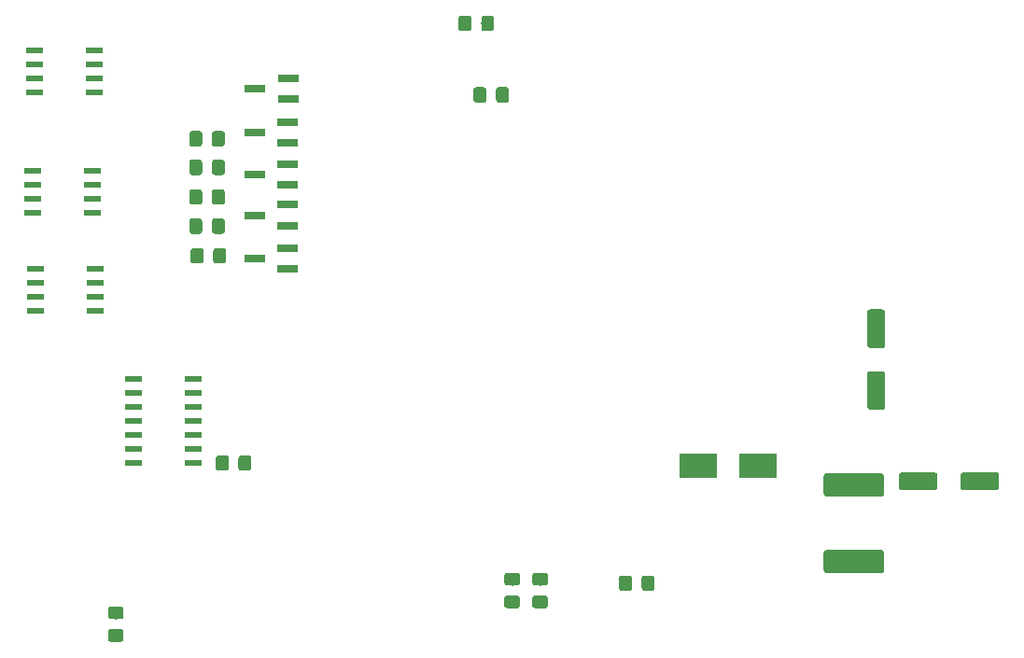
<source format=gbr>
G04 #@! TF.GenerationSoftware,KiCad,Pcbnew,(5.0.1)-3*
G04 #@! TF.CreationDate,2018-11-29T18:52:30+01:00*
G04 #@! TF.ProjectId,Board,426F6172642E6B696361645F70636200,rev?*
G04 #@! TF.SameCoordinates,Original*
G04 #@! TF.FileFunction,Paste,Bot*
G04 #@! TF.FilePolarity,Positive*
%FSLAX46Y46*%
G04 Gerber Fmt 4.6, Leading zero omitted, Abs format (unit mm)*
G04 Created by KiCad (PCBNEW (5.0.1)-3) date 11/29/18 18:52:30*
%MOMM*%
%LPD*%
G01*
G04 APERTURE LIST*
%ADD10R,1.900000X0.800000*%
%ADD11R,1.550000X0.600000*%
%ADD12C,0.100000*%
%ADD13C,1.150000*%
%ADD14R,3.500000X2.300000*%
%ADD15C,2.100000*%
%ADD16C,1.600000*%
%ADD17R,1.500000X0.600000*%
G04 APERTURE END LIST*
D10*
G04 #@! TO.C,Q3*
X109663590Y-56170878D03*
X112663590Y-57120878D03*
X112663590Y-55220878D03*
G04 #@! TD*
G04 #@! TO.C,Q2*
X112687590Y-51217878D03*
X112687590Y-53117878D03*
X109687590Y-52167878D03*
G04 #@! TD*
G04 #@! TO.C,Q5*
X109663590Y-59980878D03*
X112663590Y-60930878D03*
X112663590Y-59030878D03*
G04 #@! TD*
G04 #@! TO.C,Q6*
X112663590Y-62713878D03*
X112663590Y-64613878D03*
X109663590Y-63663878D03*
G04 #@! TD*
D11*
G04 #@! TO.C,Q4*
X89540590Y-59599878D03*
X89540590Y-60869878D03*
X89540590Y-62139878D03*
X89540590Y-63409878D03*
X94940590Y-63409878D03*
X94940590Y-62139878D03*
X94940590Y-60869878D03*
X94940590Y-59599878D03*
G04 #@! TD*
G04 #@! TO.C,Q1*
X95067590Y-48677878D03*
X95067590Y-49947878D03*
X95067590Y-51217878D03*
X95067590Y-52487878D03*
X89667590Y-52487878D03*
X89667590Y-51217878D03*
X89667590Y-49947878D03*
X89667590Y-48677878D03*
G04 #@! TD*
G04 #@! TO.C,Q7*
X95194590Y-68489878D03*
X95194590Y-69759878D03*
X95194590Y-71029878D03*
X95194590Y-72299878D03*
X89794590Y-72299878D03*
X89794590Y-71029878D03*
X89794590Y-69759878D03*
X89794590Y-68489878D03*
G04 #@! TD*
D10*
G04 #@! TO.C,Q8*
X112663590Y-66650878D03*
X112663590Y-68550878D03*
X109663590Y-67600878D03*
G04 #@! TD*
D12*
G04 #@! TO.C,R7*
G36*
X133482095Y-96101082D02*
X133506363Y-96104682D01*
X133530162Y-96110643D01*
X133553261Y-96118908D01*
X133575440Y-96129398D01*
X133596483Y-96142010D01*
X133616189Y-96156625D01*
X133634367Y-96173101D01*
X133650843Y-96191279D01*
X133665458Y-96210985D01*
X133678070Y-96232028D01*
X133688560Y-96254207D01*
X133696825Y-96277306D01*
X133702786Y-96301105D01*
X133706386Y-96325373D01*
X133707590Y-96349877D01*
X133707590Y-96999879D01*
X133706386Y-97024383D01*
X133702786Y-97048651D01*
X133696825Y-97072450D01*
X133688560Y-97095549D01*
X133678070Y-97117728D01*
X133665458Y-97138771D01*
X133650843Y-97158477D01*
X133634367Y-97176655D01*
X133616189Y-97193131D01*
X133596483Y-97207746D01*
X133575440Y-97220358D01*
X133553261Y-97230848D01*
X133530162Y-97239113D01*
X133506363Y-97245074D01*
X133482095Y-97248674D01*
X133457591Y-97249878D01*
X132557589Y-97249878D01*
X132533085Y-97248674D01*
X132508817Y-97245074D01*
X132485018Y-97239113D01*
X132461919Y-97230848D01*
X132439740Y-97220358D01*
X132418697Y-97207746D01*
X132398991Y-97193131D01*
X132380813Y-97176655D01*
X132364337Y-97158477D01*
X132349722Y-97138771D01*
X132337110Y-97117728D01*
X132326620Y-97095549D01*
X132318355Y-97072450D01*
X132312394Y-97048651D01*
X132308794Y-97024383D01*
X132307590Y-96999879D01*
X132307590Y-96349877D01*
X132308794Y-96325373D01*
X132312394Y-96301105D01*
X132318355Y-96277306D01*
X132326620Y-96254207D01*
X132337110Y-96232028D01*
X132349722Y-96210985D01*
X132364337Y-96191279D01*
X132380813Y-96173101D01*
X132398991Y-96156625D01*
X132418697Y-96142010D01*
X132439740Y-96129398D01*
X132461919Y-96118908D01*
X132485018Y-96110643D01*
X132508817Y-96104682D01*
X132533085Y-96101082D01*
X132557589Y-96099878D01*
X133457591Y-96099878D01*
X133482095Y-96101082D01*
X133482095Y-96101082D01*
G37*
D13*
X133007590Y-96674878D03*
D12*
G36*
X133482095Y-98151082D02*
X133506363Y-98154682D01*
X133530162Y-98160643D01*
X133553261Y-98168908D01*
X133575440Y-98179398D01*
X133596483Y-98192010D01*
X133616189Y-98206625D01*
X133634367Y-98223101D01*
X133650843Y-98241279D01*
X133665458Y-98260985D01*
X133678070Y-98282028D01*
X133688560Y-98304207D01*
X133696825Y-98327306D01*
X133702786Y-98351105D01*
X133706386Y-98375373D01*
X133707590Y-98399877D01*
X133707590Y-99049879D01*
X133706386Y-99074383D01*
X133702786Y-99098651D01*
X133696825Y-99122450D01*
X133688560Y-99145549D01*
X133678070Y-99167728D01*
X133665458Y-99188771D01*
X133650843Y-99208477D01*
X133634367Y-99226655D01*
X133616189Y-99243131D01*
X133596483Y-99257746D01*
X133575440Y-99270358D01*
X133553261Y-99280848D01*
X133530162Y-99289113D01*
X133506363Y-99295074D01*
X133482095Y-99298674D01*
X133457591Y-99299878D01*
X132557589Y-99299878D01*
X132533085Y-99298674D01*
X132508817Y-99295074D01*
X132485018Y-99289113D01*
X132461919Y-99280848D01*
X132439740Y-99270358D01*
X132418697Y-99257746D01*
X132398991Y-99243131D01*
X132380813Y-99226655D01*
X132364337Y-99208477D01*
X132349722Y-99188771D01*
X132337110Y-99167728D01*
X132326620Y-99145549D01*
X132318355Y-99122450D01*
X132312394Y-99098651D01*
X132308794Y-99074383D01*
X132307590Y-99049879D01*
X132307590Y-98399877D01*
X132308794Y-98375373D01*
X132312394Y-98351105D01*
X132318355Y-98327306D01*
X132326620Y-98304207D01*
X132337110Y-98282028D01*
X132349722Y-98260985D01*
X132364337Y-98241279D01*
X132380813Y-98223101D01*
X132398991Y-98206625D01*
X132418697Y-98192010D01*
X132439740Y-98179398D01*
X132461919Y-98168908D01*
X132485018Y-98160643D01*
X132508817Y-98154682D01*
X132533085Y-98151082D01*
X132557589Y-98149878D01*
X133457591Y-98149878D01*
X133482095Y-98151082D01*
X133482095Y-98151082D01*
G37*
D13*
X133007590Y-98724878D03*
G04 #@! TD*
D12*
G04 #@! TO.C,R6*
G36*
X136022095Y-98151082D02*
X136046363Y-98154682D01*
X136070162Y-98160643D01*
X136093261Y-98168908D01*
X136115440Y-98179398D01*
X136136483Y-98192010D01*
X136156189Y-98206625D01*
X136174367Y-98223101D01*
X136190843Y-98241279D01*
X136205458Y-98260985D01*
X136218070Y-98282028D01*
X136228560Y-98304207D01*
X136236825Y-98327306D01*
X136242786Y-98351105D01*
X136246386Y-98375373D01*
X136247590Y-98399877D01*
X136247590Y-99049879D01*
X136246386Y-99074383D01*
X136242786Y-99098651D01*
X136236825Y-99122450D01*
X136228560Y-99145549D01*
X136218070Y-99167728D01*
X136205458Y-99188771D01*
X136190843Y-99208477D01*
X136174367Y-99226655D01*
X136156189Y-99243131D01*
X136136483Y-99257746D01*
X136115440Y-99270358D01*
X136093261Y-99280848D01*
X136070162Y-99289113D01*
X136046363Y-99295074D01*
X136022095Y-99298674D01*
X135997591Y-99299878D01*
X135097589Y-99299878D01*
X135073085Y-99298674D01*
X135048817Y-99295074D01*
X135025018Y-99289113D01*
X135001919Y-99280848D01*
X134979740Y-99270358D01*
X134958697Y-99257746D01*
X134938991Y-99243131D01*
X134920813Y-99226655D01*
X134904337Y-99208477D01*
X134889722Y-99188771D01*
X134877110Y-99167728D01*
X134866620Y-99145549D01*
X134858355Y-99122450D01*
X134852394Y-99098651D01*
X134848794Y-99074383D01*
X134847590Y-99049879D01*
X134847590Y-98399877D01*
X134848794Y-98375373D01*
X134852394Y-98351105D01*
X134858355Y-98327306D01*
X134866620Y-98304207D01*
X134877110Y-98282028D01*
X134889722Y-98260985D01*
X134904337Y-98241279D01*
X134920813Y-98223101D01*
X134938991Y-98206625D01*
X134958697Y-98192010D01*
X134979740Y-98179398D01*
X135001919Y-98168908D01*
X135025018Y-98160643D01*
X135048817Y-98154682D01*
X135073085Y-98151082D01*
X135097589Y-98149878D01*
X135997591Y-98149878D01*
X136022095Y-98151082D01*
X136022095Y-98151082D01*
G37*
D13*
X135547590Y-98724878D03*
D12*
G36*
X136022095Y-96101082D02*
X136046363Y-96104682D01*
X136070162Y-96110643D01*
X136093261Y-96118908D01*
X136115440Y-96129398D01*
X136136483Y-96142010D01*
X136156189Y-96156625D01*
X136174367Y-96173101D01*
X136190843Y-96191279D01*
X136205458Y-96210985D01*
X136218070Y-96232028D01*
X136228560Y-96254207D01*
X136236825Y-96277306D01*
X136242786Y-96301105D01*
X136246386Y-96325373D01*
X136247590Y-96349877D01*
X136247590Y-96999879D01*
X136246386Y-97024383D01*
X136242786Y-97048651D01*
X136236825Y-97072450D01*
X136228560Y-97095549D01*
X136218070Y-97117728D01*
X136205458Y-97138771D01*
X136190843Y-97158477D01*
X136174367Y-97176655D01*
X136156189Y-97193131D01*
X136136483Y-97207746D01*
X136115440Y-97220358D01*
X136093261Y-97230848D01*
X136070162Y-97239113D01*
X136046363Y-97245074D01*
X136022095Y-97248674D01*
X135997591Y-97249878D01*
X135097589Y-97249878D01*
X135073085Y-97248674D01*
X135048817Y-97245074D01*
X135025018Y-97239113D01*
X135001919Y-97230848D01*
X134979740Y-97220358D01*
X134958697Y-97207746D01*
X134938991Y-97193131D01*
X134920813Y-97176655D01*
X134904337Y-97158477D01*
X134889722Y-97138771D01*
X134877110Y-97117728D01*
X134866620Y-97095549D01*
X134858355Y-97072450D01*
X134852394Y-97048651D01*
X134848794Y-97024383D01*
X134847590Y-96999879D01*
X134847590Y-96349877D01*
X134848794Y-96325373D01*
X134852394Y-96301105D01*
X134858355Y-96277306D01*
X134866620Y-96254207D01*
X134877110Y-96232028D01*
X134889722Y-96210985D01*
X134904337Y-96191279D01*
X134920813Y-96173101D01*
X134938991Y-96156625D01*
X134958697Y-96142010D01*
X134979740Y-96129398D01*
X135001919Y-96118908D01*
X135025018Y-96110643D01*
X135048817Y-96104682D01*
X135073085Y-96101082D01*
X135097589Y-96099878D01*
X135997591Y-96099878D01*
X136022095Y-96101082D01*
X136022095Y-96101082D01*
G37*
D13*
X135547590Y-96674878D03*
G04 #@! TD*
D14*
G04 #@! TO.C,D1*
X155265590Y-86396878D03*
X149865590Y-86396878D03*
G04 #@! TD*
D12*
G04 #@! TO.C,F1*
G36*
X166495094Y-94030082D02*
X166519363Y-94033682D01*
X166543161Y-94039643D01*
X166566261Y-94047908D01*
X166588439Y-94058398D01*
X166609483Y-94071011D01*
X166629188Y-94085625D01*
X166647367Y-94102101D01*
X166663843Y-94120280D01*
X166678457Y-94139985D01*
X166691070Y-94161029D01*
X166701560Y-94183207D01*
X166709825Y-94206307D01*
X166715786Y-94230105D01*
X166719386Y-94254374D01*
X166720590Y-94278878D01*
X166720590Y-95878878D01*
X166719386Y-95903382D01*
X166715786Y-95927651D01*
X166709825Y-95951449D01*
X166701560Y-95974549D01*
X166691070Y-95996727D01*
X166678457Y-96017771D01*
X166663843Y-96037476D01*
X166647367Y-96055655D01*
X166629188Y-96072131D01*
X166609483Y-96086745D01*
X166588439Y-96099358D01*
X166566261Y-96109848D01*
X166543161Y-96118113D01*
X166519363Y-96124074D01*
X166495094Y-96127674D01*
X166470590Y-96128878D01*
X161520590Y-96128878D01*
X161496086Y-96127674D01*
X161471817Y-96124074D01*
X161448019Y-96118113D01*
X161424919Y-96109848D01*
X161402741Y-96099358D01*
X161381697Y-96086745D01*
X161361992Y-96072131D01*
X161343813Y-96055655D01*
X161327337Y-96037476D01*
X161312723Y-96017771D01*
X161300110Y-95996727D01*
X161289620Y-95974549D01*
X161281355Y-95951449D01*
X161275394Y-95927651D01*
X161271794Y-95903382D01*
X161270590Y-95878878D01*
X161270590Y-94278878D01*
X161271794Y-94254374D01*
X161275394Y-94230105D01*
X161281355Y-94206307D01*
X161289620Y-94183207D01*
X161300110Y-94161029D01*
X161312723Y-94139985D01*
X161327337Y-94120280D01*
X161343813Y-94102101D01*
X161361992Y-94085625D01*
X161381697Y-94071011D01*
X161402741Y-94058398D01*
X161424919Y-94047908D01*
X161448019Y-94039643D01*
X161471817Y-94033682D01*
X161496086Y-94030082D01*
X161520590Y-94028878D01*
X166470590Y-94028878D01*
X166495094Y-94030082D01*
X166495094Y-94030082D01*
G37*
D15*
X163995590Y-95078878D03*
D12*
G36*
X166495094Y-87080082D02*
X166519363Y-87083682D01*
X166543161Y-87089643D01*
X166566261Y-87097908D01*
X166588439Y-87108398D01*
X166609483Y-87121011D01*
X166629188Y-87135625D01*
X166647367Y-87152101D01*
X166663843Y-87170280D01*
X166678457Y-87189985D01*
X166691070Y-87211029D01*
X166701560Y-87233207D01*
X166709825Y-87256307D01*
X166715786Y-87280105D01*
X166719386Y-87304374D01*
X166720590Y-87328878D01*
X166720590Y-88928878D01*
X166719386Y-88953382D01*
X166715786Y-88977651D01*
X166709825Y-89001449D01*
X166701560Y-89024549D01*
X166691070Y-89046727D01*
X166678457Y-89067771D01*
X166663843Y-89087476D01*
X166647367Y-89105655D01*
X166629188Y-89122131D01*
X166609483Y-89136745D01*
X166588439Y-89149358D01*
X166566261Y-89159848D01*
X166543161Y-89168113D01*
X166519363Y-89174074D01*
X166495094Y-89177674D01*
X166470590Y-89178878D01*
X161520590Y-89178878D01*
X161496086Y-89177674D01*
X161471817Y-89174074D01*
X161448019Y-89168113D01*
X161424919Y-89159848D01*
X161402741Y-89149358D01*
X161381697Y-89136745D01*
X161361992Y-89122131D01*
X161343813Y-89105655D01*
X161327337Y-89087476D01*
X161312723Y-89067771D01*
X161300110Y-89046727D01*
X161289620Y-89024549D01*
X161281355Y-89001449D01*
X161275394Y-88977651D01*
X161271794Y-88953382D01*
X161270590Y-88928878D01*
X161270590Y-87328878D01*
X161271794Y-87304374D01*
X161275394Y-87280105D01*
X161281355Y-87256307D01*
X161289620Y-87233207D01*
X161300110Y-87211029D01*
X161312723Y-87189985D01*
X161327337Y-87170280D01*
X161343813Y-87152101D01*
X161361992Y-87135625D01*
X161381697Y-87121011D01*
X161402741Y-87108398D01*
X161424919Y-87097908D01*
X161448019Y-87089643D01*
X161471817Y-87083682D01*
X161496086Y-87080082D01*
X161520590Y-87078878D01*
X166470590Y-87078878D01*
X166495094Y-87080082D01*
X166495094Y-87080082D01*
G37*
D15*
X163995590Y-88128878D03*
G04 #@! TD*
D12*
G04 #@! TO.C,R2*
G36*
X104658305Y-58610204D02*
X104682573Y-58613804D01*
X104706372Y-58619765D01*
X104729471Y-58628030D01*
X104751650Y-58638520D01*
X104772693Y-58651132D01*
X104792399Y-58665747D01*
X104810577Y-58682223D01*
X104827053Y-58700401D01*
X104841668Y-58720107D01*
X104854280Y-58741150D01*
X104864770Y-58763329D01*
X104873035Y-58786428D01*
X104878996Y-58810227D01*
X104882596Y-58834495D01*
X104883800Y-58858999D01*
X104883800Y-59759001D01*
X104882596Y-59783505D01*
X104878996Y-59807773D01*
X104873035Y-59831572D01*
X104864770Y-59854671D01*
X104854280Y-59876850D01*
X104841668Y-59897893D01*
X104827053Y-59917599D01*
X104810577Y-59935777D01*
X104792399Y-59952253D01*
X104772693Y-59966868D01*
X104751650Y-59979480D01*
X104729471Y-59989970D01*
X104706372Y-59998235D01*
X104682573Y-60004196D01*
X104658305Y-60007796D01*
X104633801Y-60009000D01*
X103983799Y-60009000D01*
X103959295Y-60007796D01*
X103935027Y-60004196D01*
X103911228Y-59998235D01*
X103888129Y-59989970D01*
X103865950Y-59979480D01*
X103844907Y-59966868D01*
X103825201Y-59952253D01*
X103807023Y-59935777D01*
X103790547Y-59917599D01*
X103775932Y-59897893D01*
X103763320Y-59876850D01*
X103752830Y-59854671D01*
X103744565Y-59831572D01*
X103738604Y-59807773D01*
X103735004Y-59783505D01*
X103733800Y-59759001D01*
X103733800Y-58858999D01*
X103735004Y-58834495D01*
X103738604Y-58810227D01*
X103744565Y-58786428D01*
X103752830Y-58763329D01*
X103763320Y-58741150D01*
X103775932Y-58720107D01*
X103790547Y-58700401D01*
X103807023Y-58682223D01*
X103825201Y-58665747D01*
X103844907Y-58651132D01*
X103865950Y-58638520D01*
X103888129Y-58628030D01*
X103911228Y-58619765D01*
X103935027Y-58613804D01*
X103959295Y-58610204D01*
X103983799Y-58609000D01*
X104633801Y-58609000D01*
X104658305Y-58610204D01*
X104658305Y-58610204D01*
G37*
D13*
X104308800Y-59309000D03*
D12*
G36*
X106708305Y-58610204D02*
X106732573Y-58613804D01*
X106756372Y-58619765D01*
X106779471Y-58628030D01*
X106801650Y-58638520D01*
X106822693Y-58651132D01*
X106842399Y-58665747D01*
X106860577Y-58682223D01*
X106877053Y-58700401D01*
X106891668Y-58720107D01*
X106904280Y-58741150D01*
X106914770Y-58763329D01*
X106923035Y-58786428D01*
X106928996Y-58810227D01*
X106932596Y-58834495D01*
X106933800Y-58858999D01*
X106933800Y-59759001D01*
X106932596Y-59783505D01*
X106928996Y-59807773D01*
X106923035Y-59831572D01*
X106914770Y-59854671D01*
X106904280Y-59876850D01*
X106891668Y-59897893D01*
X106877053Y-59917599D01*
X106860577Y-59935777D01*
X106842399Y-59952253D01*
X106822693Y-59966868D01*
X106801650Y-59979480D01*
X106779471Y-59989970D01*
X106756372Y-59998235D01*
X106732573Y-60004196D01*
X106708305Y-60007796D01*
X106683801Y-60009000D01*
X106033799Y-60009000D01*
X106009295Y-60007796D01*
X105985027Y-60004196D01*
X105961228Y-59998235D01*
X105938129Y-59989970D01*
X105915950Y-59979480D01*
X105894907Y-59966868D01*
X105875201Y-59952253D01*
X105857023Y-59935777D01*
X105840547Y-59917599D01*
X105825932Y-59897893D01*
X105813320Y-59876850D01*
X105802830Y-59854671D01*
X105794565Y-59831572D01*
X105788604Y-59807773D01*
X105785004Y-59783505D01*
X105783800Y-59759001D01*
X105783800Y-58858999D01*
X105785004Y-58834495D01*
X105788604Y-58810227D01*
X105794565Y-58786428D01*
X105802830Y-58763329D01*
X105813320Y-58741150D01*
X105825932Y-58720107D01*
X105840547Y-58700401D01*
X105857023Y-58682223D01*
X105875201Y-58665747D01*
X105894907Y-58651132D01*
X105915950Y-58638520D01*
X105938129Y-58628030D01*
X105961228Y-58619765D01*
X105985027Y-58613804D01*
X106009295Y-58610204D01*
X106033799Y-58609000D01*
X106683801Y-58609000D01*
X106708305Y-58610204D01*
X106708305Y-58610204D01*
G37*
D13*
X106358800Y-59309000D03*
G04 #@! TD*
D12*
G04 #@! TO.C,R4*
G36*
X106708305Y-63944204D02*
X106732573Y-63947804D01*
X106756372Y-63953765D01*
X106779471Y-63962030D01*
X106801650Y-63972520D01*
X106822693Y-63985132D01*
X106842399Y-63999747D01*
X106860577Y-64016223D01*
X106877053Y-64034401D01*
X106891668Y-64054107D01*
X106904280Y-64075150D01*
X106914770Y-64097329D01*
X106923035Y-64120428D01*
X106928996Y-64144227D01*
X106932596Y-64168495D01*
X106933800Y-64192999D01*
X106933800Y-65093001D01*
X106932596Y-65117505D01*
X106928996Y-65141773D01*
X106923035Y-65165572D01*
X106914770Y-65188671D01*
X106904280Y-65210850D01*
X106891668Y-65231893D01*
X106877053Y-65251599D01*
X106860577Y-65269777D01*
X106842399Y-65286253D01*
X106822693Y-65300868D01*
X106801650Y-65313480D01*
X106779471Y-65323970D01*
X106756372Y-65332235D01*
X106732573Y-65338196D01*
X106708305Y-65341796D01*
X106683801Y-65343000D01*
X106033799Y-65343000D01*
X106009295Y-65341796D01*
X105985027Y-65338196D01*
X105961228Y-65332235D01*
X105938129Y-65323970D01*
X105915950Y-65313480D01*
X105894907Y-65300868D01*
X105875201Y-65286253D01*
X105857023Y-65269777D01*
X105840547Y-65251599D01*
X105825932Y-65231893D01*
X105813320Y-65210850D01*
X105802830Y-65188671D01*
X105794565Y-65165572D01*
X105788604Y-65141773D01*
X105785004Y-65117505D01*
X105783800Y-65093001D01*
X105783800Y-64192999D01*
X105785004Y-64168495D01*
X105788604Y-64144227D01*
X105794565Y-64120428D01*
X105802830Y-64097329D01*
X105813320Y-64075150D01*
X105825932Y-64054107D01*
X105840547Y-64034401D01*
X105857023Y-64016223D01*
X105875201Y-63999747D01*
X105894907Y-63985132D01*
X105915950Y-63972520D01*
X105938129Y-63962030D01*
X105961228Y-63953765D01*
X105985027Y-63947804D01*
X106009295Y-63944204D01*
X106033799Y-63943000D01*
X106683801Y-63943000D01*
X106708305Y-63944204D01*
X106708305Y-63944204D01*
G37*
D13*
X106358800Y-64643000D03*
D12*
G36*
X104658305Y-63944204D02*
X104682573Y-63947804D01*
X104706372Y-63953765D01*
X104729471Y-63962030D01*
X104751650Y-63972520D01*
X104772693Y-63985132D01*
X104792399Y-63999747D01*
X104810577Y-64016223D01*
X104827053Y-64034401D01*
X104841668Y-64054107D01*
X104854280Y-64075150D01*
X104864770Y-64097329D01*
X104873035Y-64120428D01*
X104878996Y-64144227D01*
X104882596Y-64168495D01*
X104883800Y-64192999D01*
X104883800Y-65093001D01*
X104882596Y-65117505D01*
X104878996Y-65141773D01*
X104873035Y-65165572D01*
X104864770Y-65188671D01*
X104854280Y-65210850D01*
X104841668Y-65231893D01*
X104827053Y-65251599D01*
X104810577Y-65269777D01*
X104792399Y-65286253D01*
X104772693Y-65300868D01*
X104751650Y-65313480D01*
X104729471Y-65323970D01*
X104706372Y-65332235D01*
X104682573Y-65338196D01*
X104658305Y-65341796D01*
X104633801Y-65343000D01*
X103983799Y-65343000D01*
X103959295Y-65341796D01*
X103935027Y-65338196D01*
X103911228Y-65332235D01*
X103888129Y-65323970D01*
X103865950Y-65313480D01*
X103844907Y-65300868D01*
X103825201Y-65286253D01*
X103807023Y-65269777D01*
X103790547Y-65251599D01*
X103775932Y-65231893D01*
X103763320Y-65210850D01*
X103752830Y-65188671D01*
X103744565Y-65165572D01*
X103738604Y-65141773D01*
X103735004Y-65117505D01*
X103733800Y-65093001D01*
X103733800Y-64192999D01*
X103735004Y-64168495D01*
X103738604Y-64144227D01*
X103744565Y-64120428D01*
X103752830Y-64097329D01*
X103763320Y-64075150D01*
X103775932Y-64054107D01*
X103790547Y-64034401D01*
X103807023Y-64016223D01*
X103825201Y-63999747D01*
X103844907Y-63985132D01*
X103865950Y-63972520D01*
X103888129Y-63962030D01*
X103911228Y-63953765D01*
X103935027Y-63947804D01*
X103959295Y-63944204D01*
X103983799Y-63943000D01*
X104633801Y-63943000D01*
X104658305Y-63944204D01*
X104658305Y-63944204D01*
G37*
D13*
X104308800Y-64643000D03*
G04 #@! TD*
D12*
G04 #@! TO.C,C5*
G36*
X129080405Y-45554604D02*
X129104673Y-45558204D01*
X129128472Y-45564165D01*
X129151571Y-45572430D01*
X129173750Y-45582920D01*
X129194793Y-45595532D01*
X129214499Y-45610147D01*
X129232677Y-45626623D01*
X129249153Y-45644801D01*
X129263768Y-45664507D01*
X129276380Y-45685550D01*
X129286870Y-45707729D01*
X129295135Y-45730828D01*
X129301096Y-45754627D01*
X129304696Y-45778895D01*
X129305900Y-45803399D01*
X129305900Y-46703401D01*
X129304696Y-46727905D01*
X129301096Y-46752173D01*
X129295135Y-46775972D01*
X129286870Y-46799071D01*
X129276380Y-46821250D01*
X129263768Y-46842293D01*
X129249153Y-46861999D01*
X129232677Y-46880177D01*
X129214499Y-46896653D01*
X129194793Y-46911268D01*
X129173750Y-46923880D01*
X129151571Y-46934370D01*
X129128472Y-46942635D01*
X129104673Y-46948596D01*
X129080405Y-46952196D01*
X129055901Y-46953400D01*
X128405899Y-46953400D01*
X128381395Y-46952196D01*
X128357127Y-46948596D01*
X128333328Y-46942635D01*
X128310229Y-46934370D01*
X128288050Y-46923880D01*
X128267007Y-46911268D01*
X128247301Y-46896653D01*
X128229123Y-46880177D01*
X128212647Y-46861999D01*
X128198032Y-46842293D01*
X128185420Y-46821250D01*
X128174930Y-46799071D01*
X128166665Y-46775972D01*
X128160704Y-46752173D01*
X128157104Y-46727905D01*
X128155900Y-46703401D01*
X128155900Y-45803399D01*
X128157104Y-45778895D01*
X128160704Y-45754627D01*
X128166665Y-45730828D01*
X128174930Y-45707729D01*
X128185420Y-45685550D01*
X128198032Y-45664507D01*
X128212647Y-45644801D01*
X128229123Y-45626623D01*
X128247301Y-45610147D01*
X128267007Y-45595532D01*
X128288050Y-45582920D01*
X128310229Y-45572430D01*
X128333328Y-45564165D01*
X128357127Y-45558204D01*
X128381395Y-45554604D01*
X128405899Y-45553400D01*
X129055901Y-45553400D01*
X129080405Y-45554604D01*
X129080405Y-45554604D01*
G37*
D13*
X128730900Y-46253400D03*
D12*
G36*
X131130405Y-45554604D02*
X131154673Y-45558204D01*
X131178472Y-45564165D01*
X131201571Y-45572430D01*
X131223750Y-45582920D01*
X131244793Y-45595532D01*
X131264499Y-45610147D01*
X131282677Y-45626623D01*
X131299153Y-45644801D01*
X131313768Y-45664507D01*
X131326380Y-45685550D01*
X131336870Y-45707729D01*
X131345135Y-45730828D01*
X131351096Y-45754627D01*
X131354696Y-45778895D01*
X131355900Y-45803399D01*
X131355900Y-46703401D01*
X131354696Y-46727905D01*
X131351096Y-46752173D01*
X131345135Y-46775972D01*
X131336870Y-46799071D01*
X131326380Y-46821250D01*
X131313768Y-46842293D01*
X131299153Y-46861999D01*
X131282677Y-46880177D01*
X131264499Y-46896653D01*
X131244793Y-46911268D01*
X131223750Y-46923880D01*
X131201571Y-46934370D01*
X131178472Y-46942635D01*
X131154673Y-46948596D01*
X131130405Y-46952196D01*
X131105901Y-46953400D01*
X130455899Y-46953400D01*
X130431395Y-46952196D01*
X130407127Y-46948596D01*
X130383328Y-46942635D01*
X130360229Y-46934370D01*
X130338050Y-46923880D01*
X130317007Y-46911268D01*
X130297301Y-46896653D01*
X130279123Y-46880177D01*
X130262647Y-46861999D01*
X130248032Y-46842293D01*
X130235420Y-46821250D01*
X130224930Y-46799071D01*
X130216665Y-46775972D01*
X130210704Y-46752173D01*
X130207104Y-46727905D01*
X130205900Y-46703401D01*
X130205900Y-45803399D01*
X130207104Y-45778895D01*
X130210704Y-45754627D01*
X130216665Y-45730828D01*
X130224930Y-45707729D01*
X130235420Y-45685550D01*
X130248032Y-45664507D01*
X130262647Y-45644801D01*
X130279123Y-45626623D01*
X130297301Y-45610147D01*
X130317007Y-45595532D01*
X130338050Y-45582920D01*
X130360229Y-45572430D01*
X130383328Y-45564165D01*
X130407127Y-45558204D01*
X130431395Y-45554604D01*
X130455899Y-45553400D01*
X131105901Y-45553400D01*
X131130405Y-45554604D01*
X131130405Y-45554604D01*
G37*
D13*
X130780900Y-46253400D03*
G04 #@! TD*
D12*
G04 #@! TO.C,C4*
G36*
X143635095Y-96329204D02*
X143659363Y-96332804D01*
X143683162Y-96338765D01*
X143706261Y-96347030D01*
X143728440Y-96357520D01*
X143749483Y-96370132D01*
X143769189Y-96384747D01*
X143787367Y-96401223D01*
X143803843Y-96419401D01*
X143818458Y-96439107D01*
X143831070Y-96460150D01*
X143841560Y-96482329D01*
X143849825Y-96505428D01*
X143855786Y-96529227D01*
X143859386Y-96553495D01*
X143860590Y-96577999D01*
X143860590Y-97478001D01*
X143859386Y-97502505D01*
X143855786Y-97526773D01*
X143849825Y-97550572D01*
X143841560Y-97573671D01*
X143831070Y-97595850D01*
X143818458Y-97616893D01*
X143803843Y-97636599D01*
X143787367Y-97654777D01*
X143769189Y-97671253D01*
X143749483Y-97685868D01*
X143728440Y-97698480D01*
X143706261Y-97708970D01*
X143683162Y-97717235D01*
X143659363Y-97723196D01*
X143635095Y-97726796D01*
X143610591Y-97728000D01*
X142960589Y-97728000D01*
X142936085Y-97726796D01*
X142911817Y-97723196D01*
X142888018Y-97717235D01*
X142864919Y-97708970D01*
X142842740Y-97698480D01*
X142821697Y-97685868D01*
X142801991Y-97671253D01*
X142783813Y-97654777D01*
X142767337Y-97636599D01*
X142752722Y-97616893D01*
X142740110Y-97595850D01*
X142729620Y-97573671D01*
X142721355Y-97550572D01*
X142715394Y-97526773D01*
X142711794Y-97502505D01*
X142710590Y-97478001D01*
X142710590Y-96577999D01*
X142711794Y-96553495D01*
X142715394Y-96529227D01*
X142721355Y-96505428D01*
X142729620Y-96482329D01*
X142740110Y-96460150D01*
X142752722Y-96439107D01*
X142767337Y-96419401D01*
X142783813Y-96401223D01*
X142801991Y-96384747D01*
X142821697Y-96370132D01*
X142842740Y-96357520D01*
X142864919Y-96347030D01*
X142888018Y-96338765D01*
X142911817Y-96332804D01*
X142936085Y-96329204D01*
X142960589Y-96328000D01*
X143610591Y-96328000D01*
X143635095Y-96329204D01*
X143635095Y-96329204D01*
G37*
D13*
X143285590Y-97028000D03*
D12*
G36*
X145685095Y-96329204D02*
X145709363Y-96332804D01*
X145733162Y-96338765D01*
X145756261Y-96347030D01*
X145778440Y-96357520D01*
X145799483Y-96370132D01*
X145819189Y-96384747D01*
X145837367Y-96401223D01*
X145853843Y-96419401D01*
X145868458Y-96439107D01*
X145881070Y-96460150D01*
X145891560Y-96482329D01*
X145899825Y-96505428D01*
X145905786Y-96529227D01*
X145909386Y-96553495D01*
X145910590Y-96577999D01*
X145910590Y-97478001D01*
X145909386Y-97502505D01*
X145905786Y-97526773D01*
X145899825Y-97550572D01*
X145891560Y-97573671D01*
X145881070Y-97595850D01*
X145868458Y-97616893D01*
X145853843Y-97636599D01*
X145837367Y-97654777D01*
X145819189Y-97671253D01*
X145799483Y-97685868D01*
X145778440Y-97698480D01*
X145756261Y-97708970D01*
X145733162Y-97717235D01*
X145709363Y-97723196D01*
X145685095Y-97726796D01*
X145660591Y-97728000D01*
X145010589Y-97728000D01*
X144986085Y-97726796D01*
X144961817Y-97723196D01*
X144938018Y-97717235D01*
X144914919Y-97708970D01*
X144892740Y-97698480D01*
X144871697Y-97685868D01*
X144851991Y-97671253D01*
X144833813Y-97654777D01*
X144817337Y-97636599D01*
X144802722Y-97616893D01*
X144790110Y-97595850D01*
X144779620Y-97573671D01*
X144771355Y-97550572D01*
X144765394Y-97526773D01*
X144761794Y-97502505D01*
X144760590Y-97478001D01*
X144760590Y-96577999D01*
X144761794Y-96553495D01*
X144765394Y-96529227D01*
X144771355Y-96505428D01*
X144779620Y-96482329D01*
X144790110Y-96460150D01*
X144802722Y-96439107D01*
X144817337Y-96419401D01*
X144833813Y-96401223D01*
X144851991Y-96384747D01*
X144871697Y-96370132D01*
X144892740Y-96357520D01*
X144914919Y-96347030D01*
X144938018Y-96338765D01*
X144961817Y-96332804D01*
X144986085Y-96329204D01*
X145010589Y-96328000D01*
X145660591Y-96328000D01*
X145685095Y-96329204D01*
X145685095Y-96329204D01*
G37*
D13*
X145335590Y-97028000D03*
G04 #@! TD*
D12*
G04 #@! TO.C,C2*
G36*
X130427095Y-52043082D02*
X130451363Y-52046682D01*
X130475162Y-52052643D01*
X130498261Y-52060908D01*
X130520440Y-52071398D01*
X130541483Y-52084010D01*
X130561189Y-52098625D01*
X130579367Y-52115101D01*
X130595843Y-52133279D01*
X130610458Y-52152985D01*
X130623070Y-52174028D01*
X130633560Y-52196207D01*
X130641825Y-52219306D01*
X130647786Y-52243105D01*
X130651386Y-52267373D01*
X130652590Y-52291877D01*
X130652590Y-53191879D01*
X130651386Y-53216383D01*
X130647786Y-53240651D01*
X130641825Y-53264450D01*
X130633560Y-53287549D01*
X130623070Y-53309728D01*
X130610458Y-53330771D01*
X130595843Y-53350477D01*
X130579367Y-53368655D01*
X130561189Y-53385131D01*
X130541483Y-53399746D01*
X130520440Y-53412358D01*
X130498261Y-53422848D01*
X130475162Y-53431113D01*
X130451363Y-53437074D01*
X130427095Y-53440674D01*
X130402591Y-53441878D01*
X129752589Y-53441878D01*
X129728085Y-53440674D01*
X129703817Y-53437074D01*
X129680018Y-53431113D01*
X129656919Y-53422848D01*
X129634740Y-53412358D01*
X129613697Y-53399746D01*
X129593991Y-53385131D01*
X129575813Y-53368655D01*
X129559337Y-53350477D01*
X129544722Y-53330771D01*
X129532110Y-53309728D01*
X129521620Y-53287549D01*
X129513355Y-53264450D01*
X129507394Y-53240651D01*
X129503794Y-53216383D01*
X129502590Y-53191879D01*
X129502590Y-52291877D01*
X129503794Y-52267373D01*
X129507394Y-52243105D01*
X129513355Y-52219306D01*
X129521620Y-52196207D01*
X129532110Y-52174028D01*
X129544722Y-52152985D01*
X129559337Y-52133279D01*
X129575813Y-52115101D01*
X129593991Y-52098625D01*
X129613697Y-52084010D01*
X129634740Y-52071398D01*
X129656919Y-52060908D01*
X129680018Y-52052643D01*
X129703817Y-52046682D01*
X129728085Y-52043082D01*
X129752589Y-52041878D01*
X130402591Y-52041878D01*
X130427095Y-52043082D01*
X130427095Y-52043082D01*
G37*
D13*
X130077590Y-52741878D03*
D12*
G36*
X132477095Y-52043082D02*
X132501363Y-52046682D01*
X132525162Y-52052643D01*
X132548261Y-52060908D01*
X132570440Y-52071398D01*
X132591483Y-52084010D01*
X132611189Y-52098625D01*
X132629367Y-52115101D01*
X132645843Y-52133279D01*
X132660458Y-52152985D01*
X132673070Y-52174028D01*
X132683560Y-52196207D01*
X132691825Y-52219306D01*
X132697786Y-52243105D01*
X132701386Y-52267373D01*
X132702590Y-52291877D01*
X132702590Y-53191879D01*
X132701386Y-53216383D01*
X132697786Y-53240651D01*
X132691825Y-53264450D01*
X132683560Y-53287549D01*
X132673070Y-53309728D01*
X132660458Y-53330771D01*
X132645843Y-53350477D01*
X132629367Y-53368655D01*
X132611189Y-53385131D01*
X132591483Y-53399746D01*
X132570440Y-53412358D01*
X132548261Y-53422848D01*
X132525162Y-53431113D01*
X132501363Y-53437074D01*
X132477095Y-53440674D01*
X132452591Y-53441878D01*
X131802589Y-53441878D01*
X131778085Y-53440674D01*
X131753817Y-53437074D01*
X131730018Y-53431113D01*
X131706919Y-53422848D01*
X131684740Y-53412358D01*
X131663697Y-53399746D01*
X131643991Y-53385131D01*
X131625813Y-53368655D01*
X131609337Y-53350477D01*
X131594722Y-53330771D01*
X131582110Y-53309728D01*
X131571620Y-53287549D01*
X131563355Y-53264450D01*
X131557394Y-53240651D01*
X131553794Y-53216383D01*
X131552590Y-53191879D01*
X131552590Y-52291877D01*
X131553794Y-52267373D01*
X131557394Y-52243105D01*
X131563355Y-52219306D01*
X131571620Y-52196207D01*
X131582110Y-52174028D01*
X131594722Y-52152985D01*
X131609337Y-52133279D01*
X131625813Y-52115101D01*
X131643991Y-52098625D01*
X131663697Y-52084010D01*
X131684740Y-52071398D01*
X131706919Y-52060908D01*
X131730018Y-52052643D01*
X131753817Y-52046682D01*
X131778085Y-52043082D01*
X131802589Y-52041878D01*
X132452591Y-52041878D01*
X132477095Y-52043082D01*
X132477095Y-52043082D01*
G37*
D13*
X132127590Y-52741878D03*
G04 #@! TD*
D12*
G04 #@! TO.C,R1*
G36*
X106708305Y-56019404D02*
X106732573Y-56023004D01*
X106756372Y-56028965D01*
X106779471Y-56037230D01*
X106801650Y-56047720D01*
X106822693Y-56060332D01*
X106842399Y-56074947D01*
X106860577Y-56091423D01*
X106877053Y-56109601D01*
X106891668Y-56129307D01*
X106904280Y-56150350D01*
X106914770Y-56172529D01*
X106923035Y-56195628D01*
X106928996Y-56219427D01*
X106932596Y-56243695D01*
X106933800Y-56268199D01*
X106933800Y-57168201D01*
X106932596Y-57192705D01*
X106928996Y-57216973D01*
X106923035Y-57240772D01*
X106914770Y-57263871D01*
X106904280Y-57286050D01*
X106891668Y-57307093D01*
X106877053Y-57326799D01*
X106860577Y-57344977D01*
X106842399Y-57361453D01*
X106822693Y-57376068D01*
X106801650Y-57388680D01*
X106779471Y-57399170D01*
X106756372Y-57407435D01*
X106732573Y-57413396D01*
X106708305Y-57416996D01*
X106683801Y-57418200D01*
X106033799Y-57418200D01*
X106009295Y-57416996D01*
X105985027Y-57413396D01*
X105961228Y-57407435D01*
X105938129Y-57399170D01*
X105915950Y-57388680D01*
X105894907Y-57376068D01*
X105875201Y-57361453D01*
X105857023Y-57344977D01*
X105840547Y-57326799D01*
X105825932Y-57307093D01*
X105813320Y-57286050D01*
X105802830Y-57263871D01*
X105794565Y-57240772D01*
X105788604Y-57216973D01*
X105785004Y-57192705D01*
X105783800Y-57168201D01*
X105783800Y-56268199D01*
X105785004Y-56243695D01*
X105788604Y-56219427D01*
X105794565Y-56195628D01*
X105802830Y-56172529D01*
X105813320Y-56150350D01*
X105825932Y-56129307D01*
X105840547Y-56109601D01*
X105857023Y-56091423D01*
X105875201Y-56074947D01*
X105894907Y-56060332D01*
X105915950Y-56047720D01*
X105938129Y-56037230D01*
X105961228Y-56028965D01*
X105985027Y-56023004D01*
X106009295Y-56019404D01*
X106033799Y-56018200D01*
X106683801Y-56018200D01*
X106708305Y-56019404D01*
X106708305Y-56019404D01*
G37*
D13*
X106358800Y-56718200D03*
D12*
G36*
X104658305Y-56019404D02*
X104682573Y-56023004D01*
X104706372Y-56028965D01*
X104729471Y-56037230D01*
X104751650Y-56047720D01*
X104772693Y-56060332D01*
X104792399Y-56074947D01*
X104810577Y-56091423D01*
X104827053Y-56109601D01*
X104841668Y-56129307D01*
X104854280Y-56150350D01*
X104864770Y-56172529D01*
X104873035Y-56195628D01*
X104878996Y-56219427D01*
X104882596Y-56243695D01*
X104883800Y-56268199D01*
X104883800Y-57168201D01*
X104882596Y-57192705D01*
X104878996Y-57216973D01*
X104873035Y-57240772D01*
X104864770Y-57263871D01*
X104854280Y-57286050D01*
X104841668Y-57307093D01*
X104827053Y-57326799D01*
X104810577Y-57344977D01*
X104792399Y-57361453D01*
X104772693Y-57376068D01*
X104751650Y-57388680D01*
X104729471Y-57399170D01*
X104706372Y-57407435D01*
X104682573Y-57413396D01*
X104658305Y-57416996D01*
X104633801Y-57418200D01*
X103983799Y-57418200D01*
X103959295Y-57416996D01*
X103935027Y-57413396D01*
X103911228Y-57407435D01*
X103888129Y-57399170D01*
X103865950Y-57388680D01*
X103844907Y-57376068D01*
X103825201Y-57361453D01*
X103807023Y-57344977D01*
X103790547Y-57326799D01*
X103775932Y-57307093D01*
X103763320Y-57286050D01*
X103752830Y-57263871D01*
X103744565Y-57240772D01*
X103738604Y-57216973D01*
X103735004Y-57192705D01*
X103733800Y-57168201D01*
X103733800Y-56268199D01*
X103735004Y-56243695D01*
X103738604Y-56219427D01*
X103744565Y-56195628D01*
X103752830Y-56172529D01*
X103763320Y-56150350D01*
X103775932Y-56129307D01*
X103790547Y-56109601D01*
X103807023Y-56091423D01*
X103825201Y-56074947D01*
X103844907Y-56060332D01*
X103865950Y-56047720D01*
X103888129Y-56037230D01*
X103911228Y-56028965D01*
X103935027Y-56023004D01*
X103959295Y-56019404D01*
X103983799Y-56018200D01*
X104633801Y-56018200D01*
X104658305Y-56019404D01*
X104658305Y-56019404D01*
G37*
D13*
X104308800Y-56718200D03*
G04 #@! TD*
D12*
G04 #@! TO.C,C7*
G36*
X109109095Y-85444082D02*
X109133363Y-85447682D01*
X109157162Y-85453643D01*
X109180261Y-85461908D01*
X109202440Y-85472398D01*
X109223483Y-85485010D01*
X109243189Y-85499625D01*
X109261367Y-85516101D01*
X109277843Y-85534279D01*
X109292458Y-85553985D01*
X109305070Y-85575028D01*
X109315560Y-85597207D01*
X109323825Y-85620306D01*
X109329786Y-85644105D01*
X109333386Y-85668373D01*
X109334590Y-85692877D01*
X109334590Y-86592879D01*
X109333386Y-86617383D01*
X109329786Y-86641651D01*
X109323825Y-86665450D01*
X109315560Y-86688549D01*
X109305070Y-86710728D01*
X109292458Y-86731771D01*
X109277843Y-86751477D01*
X109261367Y-86769655D01*
X109243189Y-86786131D01*
X109223483Y-86800746D01*
X109202440Y-86813358D01*
X109180261Y-86823848D01*
X109157162Y-86832113D01*
X109133363Y-86838074D01*
X109109095Y-86841674D01*
X109084591Y-86842878D01*
X108434589Y-86842878D01*
X108410085Y-86841674D01*
X108385817Y-86838074D01*
X108362018Y-86832113D01*
X108338919Y-86823848D01*
X108316740Y-86813358D01*
X108295697Y-86800746D01*
X108275991Y-86786131D01*
X108257813Y-86769655D01*
X108241337Y-86751477D01*
X108226722Y-86731771D01*
X108214110Y-86710728D01*
X108203620Y-86688549D01*
X108195355Y-86665450D01*
X108189394Y-86641651D01*
X108185794Y-86617383D01*
X108184590Y-86592879D01*
X108184590Y-85692877D01*
X108185794Y-85668373D01*
X108189394Y-85644105D01*
X108195355Y-85620306D01*
X108203620Y-85597207D01*
X108214110Y-85575028D01*
X108226722Y-85553985D01*
X108241337Y-85534279D01*
X108257813Y-85516101D01*
X108275991Y-85499625D01*
X108295697Y-85485010D01*
X108316740Y-85472398D01*
X108338919Y-85461908D01*
X108362018Y-85453643D01*
X108385817Y-85447682D01*
X108410085Y-85444082D01*
X108434589Y-85442878D01*
X109084591Y-85442878D01*
X109109095Y-85444082D01*
X109109095Y-85444082D01*
G37*
D13*
X108759590Y-86142878D03*
D12*
G36*
X107059095Y-85444082D02*
X107083363Y-85447682D01*
X107107162Y-85453643D01*
X107130261Y-85461908D01*
X107152440Y-85472398D01*
X107173483Y-85485010D01*
X107193189Y-85499625D01*
X107211367Y-85516101D01*
X107227843Y-85534279D01*
X107242458Y-85553985D01*
X107255070Y-85575028D01*
X107265560Y-85597207D01*
X107273825Y-85620306D01*
X107279786Y-85644105D01*
X107283386Y-85668373D01*
X107284590Y-85692877D01*
X107284590Y-86592879D01*
X107283386Y-86617383D01*
X107279786Y-86641651D01*
X107273825Y-86665450D01*
X107265560Y-86688549D01*
X107255070Y-86710728D01*
X107242458Y-86731771D01*
X107227843Y-86751477D01*
X107211367Y-86769655D01*
X107193189Y-86786131D01*
X107173483Y-86800746D01*
X107152440Y-86813358D01*
X107130261Y-86823848D01*
X107107162Y-86832113D01*
X107083363Y-86838074D01*
X107059095Y-86841674D01*
X107034591Y-86842878D01*
X106384589Y-86842878D01*
X106360085Y-86841674D01*
X106335817Y-86838074D01*
X106312018Y-86832113D01*
X106288919Y-86823848D01*
X106266740Y-86813358D01*
X106245697Y-86800746D01*
X106225991Y-86786131D01*
X106207813Y-86769655D01*
X106191337Y-86751477D01*
X106176722Y-86731771D01*
X106164110Y-86710728D01*
X106153620Y-86688549D01*
X106145355Y-86665450D01*
X106139394Y-86641651D01*
X106135794Y-86617383D01*
X106134590Y-86592879D01*
X106134590Y-85692877D01*
X106135794Y-85668373D01*
X106139394Y-85644105D01*
X106145355Y-85620306D01*
X106153620Y-85597207D01*
X106164110Y-85575028D01*
X106176722Y-85553985D01*
X106191337Y-85534279D01*
X106207813Y-85516101D01*
X106225991Y-85499625D01*
X106245697Y-85485010D01*
X106266740Y-85472398D01*
X106288919Y-85461908D01*
X106312018Y-85453643D01*
X106335817Y-85447682D01*
X106360085Y-85444082D01*
X106384589Y-85442878D01*
X107034591Y-85442878D01*
X107059095Y-85444082D01*
X107059095Y-85444082D01*
G37*
D13*
X106709590Y-86142878D03*
G04 #@! TD*
D12*
G04 #@! TO.C,C6*
G36*
X97541095Y-99149082D02*
X97565363Y-99152682D01*
X97589162Y-99158643D01*
X97612261Y-99166908D01*
X97634440Y-99177398D01*
X97655483Y-99190010D01*
X97675189Y-99204625D01*
X97693367Y-99221101D01*
X97709843Y-99239279D01*
X97724458Y-99258985D01*
X97737070Y-99280028D01*
X97747560Y-99302207D01*
X97755825Y-99325306D01*
X97761786Y-99349105D01*
X97765386Y-99373373D01*
X97766590Y-99397877D01*
X97766590Y-100047879D01*
X97765386Y-100072383D01*
X97761786Y-100096651D01*
X97755825Y-100120450D01*
X97747560Y-100143549D01*
X97737070Y-100165728D01*
X97724458Y-100186771D01*
X97709843Y-100206477D01*
X97693367Y-100224655D01*
X97675189Y-100241131D01*
X97655483Y-100255746D01*
X97634440Y-100268358D01*
X97612261Y-100278848D01*
X97589162Y-100287113D01*
X97565363Y-100293074D01*
X97541095Y-100296674D01*
X97516591Y-100297878D01*
X96616589Y-100297878D01*
X96592085Y-100296674D01*
X96567817Y-100293074D01*
X96544018Y-100287113D01*
X96520919Y-100278848D01*
X96498740Y-100268358D01*
X96477697Y-100255746D01*
X96457991Y-100241131D01*
X96439813Y-100224655D01*
X96423337Y-100206477D01*
X96408722Y-100186771D01*
X96396110Y-100165728D01*
X96385620Y-100143549D01*
X96377355Y-100120450D01*
X96371394Y-100096651D01*
X96367794Y-100072383D01*
X96366590Y-100047879D01*
X96366590Y-99397877D01*
X96367794Y-99373373D01*
X96371394Y-99349105D01*
X96377355Y-99325306D01*
X96385620Y-99302207D01*
X96396110Y-99280028D01*
X96408722Y-99258985D01*
X96423337Y-99239279D01*
X96439813Y-99221101D01*
X96457991Y-99204625D01*
X96477697Y-99190010D01*
X96498740Y-99177398D01*
X96520919Y-99166908D01*
X96544018Y-99158643D01*
X96567817Y-99152682D01*
X96592085Y-99149082D01*
X96616589Y-99147878D01*
X97516591Y-99147878D01*
X97541095Y-99149082D01*
X97541095Y-99149082D01*
G37*
D13*
X97066590Y-99722878D03*
D12*
G36*
X97541095Y-101199082D02*
X97565363Y-101202682D01*
X97589162Y-101208643D01*
X97612261Y-101216908D01*
X97634440Y-101227398D01*
X97655483Y-101240010D01*
X97675189Y-101254625D01*
X97693367Y-101271101D01*
X97709843Y-101289279D01*
X97724458Y-101308985D01*
X97737070Y-101330028D01*
X97747560Y-101352207D01*
X97755825Y-101375306D01*
X97761786Y-101399105D01*
X97765386Y-101423373D01*
X97766590Y-101447877D01*
X97766590Y-102097879D01*
X97765386Y-102122383D01*
X97761786Y-102146651D01*
X97755825Y-102170450D01*
X97747560Y-102193549D01*
X97737070Y-102215728D01*
X97724458Y-102236771D01*
X97709843Y-102256477D01*
X97693367Y-102274655D01*
X97675189Y-102291131D01*
X97655483Y-102305746D01*
X97634440Y-102318358D01*
X97612261Y-102328848D01*
X97589162Y-102337113D01*
X97565363Y-102343074D01*
X97541095Y-102346674D01*
X97516591Y-102347878D01*
X96616589Y-102347878D01*
X96592085Y-102346674D01*
X96567817Y-102343074D01*
X96544018Y-102337113D01*
X96520919Y-102328848D01*
X96498740Y-102318358D01*
X96477697Y-102305746D01*
X96457991Y-102291131D01*
X96439813Y-102274655D01*
X96423337Y-102256477D01*
X96408722Y-102236771D01*
X96396110Y-102215728D01*
X96385620Y-102193549D01*
X96377355Y-102170450D01*
X96371394Y-102146651D01*
X96367794Y-102122383D01*
X96366590Y-102097879D01*
X96366590Y-101447877D01*
X96367794Y-101423373D01*
X96371394Y-101399105D01*
X96377355Y-101375306D01*
X96385620Y-101352207D01*
X96396110Y-101330028D01*
X96408722Y-101308985D01*
X96423337Y-101289279D01*
X96439813Y-101271101D01*
X96457991Y-101254625D01*
X96477697Y-101240010D01*
X96498740Y-101227398D01*
X96520919Y-101216908D01*
X96544018Y-101208643D01*
X96567817Y-101202682D01*
X96592085Y-101199082D01*
X96616589Y-101197878D01*
X97516591Y-101197878D01*
X97541095Y-101199082D01*
X97541095Y-101199082D01*
G37*
D13*
X97066590Y-101772878D03*
G04 #@! TD*
D12*
G04 #@! TO.C,R5*
G36*
X104773095Y-66648082D02*
X104797363Y-66651682D01*
X104821162Y-66657643D01*
X104844261Y-66665908D01*
X104866440Y-66676398D01*
X104887483Y-66689010D01*
X104907189Y-66703625D01*
X104925367Y-66720101D01*
X104941843Y-66738279D01*
X104956458Y-66757985D01*
X104969070Y-66779028D01*
X104979560Y-66801207D01*
X104987825Y-66824306D01*
X104993786Y-66848105D01*
X104997386Y-66872373D01*
X104998590Y-66896877D01*
X104998590Y-67796879D01*
X104997386Y-67821383D01*
X104993786Y-67845651D01*
X104987825Y-67869450D01*
X104979560Y-67892549D01*
X104969070Y-67914728D01*
X104956458Y-67935771D01*
X104941843Y-67955477D01*
X104925367Y-67973655D01*
X104907189Y-67990131D01*
X104887483Y-68004746D01*
X104866440Y-68017358D01*
X104844261Y-68027848D01*
X104821162Y-68036113D01*
X104797363Y-68042074D01*
X104773095Y-68045674D01*
X104748591Y-68046878D01*
X104098589Y-68046878D01*
X104074085Y-68045674D01*
X104049817Y-68042074D01*
X104026018Y-68036113D01*
X104002919Y-68027848D01*
X103980740Y-68017358D01*
X103959697Y-68004746D01*
X103939991Y-67990131D01*
X103921813Y-67973655D01*
X103905337Y-67955477D01*
X103890722Y-67935771D01*
X103878110Y-67914728D01*
X103867620Y-67892549D01*
X103859355Y-67869450D01*
X103853394Y-67845651D01*
X103849794Y-67821383D01*
X103848590Y-67796879D01*
X103848590Y-66896877D01*
X103849794Y-66872373D01*
X103853394Y-66848105D01*
X103859355Y-66824306D01*
X103867620Y-66801207D01*
X103878110Y-66779028D01*
X103890722Y-66757985D01*
X103905337Y-66738279D01*
X103921813Y-66720101D01*
X103939991Y-66703625D01*
X103959697Y-66689010D01*
X103980740Y-66676398D01*
X104002919Y-66665908D01*
X104026018Y-66657643D01*
X104049817Y-66651682D01*
X104074085Y-66648082D01*
X104098589Y-66646878D01*
X104748591Y-66646878D01*
X104773095Y-66648082D01*
X104773095Y-66648082D01*
G37*
D13*
X104423590Y-67346878D03*
D12*
G36*
X106823095Y-66648082D02*
X106847363Y-66651682D01*
X106871162Y-66657643D01*
X106894261Y-66665908D01*
X106916440Y-66676398D01*
X106937483Y-66689010D01*
X106957189Y-66703625D01*
X106975367Y-66720101D01*
X106991843Y-66738279D01*
X107006458Y-66757985D01*
X107019070Y-66779028D01*
X107029560Y-66801207D01*
X107037825Y-66824306D01*
X107043786Y-66848105D01*
X107047386Y-66872373D01*
X107048590Y-66896877D01*
X107048590Y-67796879D01*
X107047386Y-67821383D01*
X107043786Y-67845651D01*
X107037825Y-67869450D01*
X107029560Y-67892549D01*
X107019070Y-67914728D01*
X107006458Y-67935771D01*
X106991843Y-67955477D01*
X106975367Y-67973655D01*
X106957189Y-67990131D01*
X106937483Y-68004746D01*
X106916440Y-68017358D01*
X106894261Y-68027848D01*
X106871162Y-68036113D01*
X106847363Y-68042074D01*
X106823095Y-68045674D01*
X106798591Y-68046878D01*
X106148589Y-68046878D01*
X106124085Y-68045674D01*
X106099817Y-68042074D01*
X106076018Y-68036113D01*
X106052919Y-68027848D01*
X106030740Y-68017358D01*
X106009697Y-68004746D01*
X105989991Y-67990131D01*
X105971813Y-67973655D01*
X105955337Y-67955477D01*
X105940722Y-67935771D01*
X105928110Y-67914728D01*
X105917620Y-67892549D01*
X105909355Y-67869450D01*
X105903394Y-67845651D01*
X105899794Y-67821383D01*
X105898590Y-67796879D01*
X105898590Y-66896877D01*
X105899794Y-66872373D01*
X105903394Y-66848105D01*
X105909355Y-66824306D01*
X105917620Y-66801207D01*
X105928110Y-66779028D01*
X105940722Y-66757985D01*
X105955337Y-66738279D01*
X105971813Y-66720101D01*
X105989991Y-66703625D01*
X106009697Y-66689010D01*
X106030740Y-66676398D01*
X106052919Y-66665908D01*
X106076018Y-66657643D01*
X106099817Y-66651682D01*
X106124085Y-66648082D01*
X106148589Y-66646878D01*
X106798591Y-66646878D01*
X106823095Y-66648082D01*
X106823095Y-66648082D01*
G37*
D13*
X106473590Y-67346878D03*
G04 #@! TD*
D12*
G04 #@! TO.C,C1*
G36*
X176956094Y-86995082D02*
X176980363Y-86998682D01*
X177004161Y-87004643D01*
X177027261Y-87012908D01*
X177049439Y-87023398D01*
X177070483Y-87036011D01*
X177090188Y-87050625D01*
X177108367Y-87067101D01*
X177124843Y-87085280D01*
X177139457Y-87104985D01*
X177152070Y-87126029D01*
X177162560Y-87148207D01*
X177170825Y-87171307D01*
X177176786Y-87195105D01*
X177180386Y-87219374D01*
X177181590Y-87243878D01*
X177181590Y-88343878D01*
X177180386Y-88368382D01*
X177176786Y-88392651D01*
X177170825Y-88416449D01*
X177162560Y-88439549D01*
X177152070Y-88461727D01*
X177139457Y-88482771D01*
X177124843Y-88502476D01*
X177108367Y-88520655D01*
X177090188Y-88537131D01*
X177070483Y-88551745D01*
X177049439Y-88564358D01*
X177027261Y-88574848D01*
X177004161Y-88583113D01*
X176980363Y-88589074D01*
X176956094Y-88592674D01*
X176931590Y-88593878D01*
X173931590Y-88593878D01*
X173907086Y-88592674D01*
X173882817Y-88589074D01*
X173859019Y-88583113D01*
X173835919Y-88574848D01*
X173813741Y-88564358D01*
X173792697Y-88551745D01*
X173772992Y-88537131D01*
X173754813Y-88520655D01*
X173738337Y-88502476D01*
X173723723Y-88482771D01*
X173711110Y-88461727D01*
X173700620Y-88439549D01*
X173692355Y-88416449D01*
X173686394Y-88392651D01*
X173682794Y-88368382D01*
X173681590Y-88343878D01*
X173681590Y-87243878D01*
X173682794Y-87219374D01*
X173686394Y-87195105D01*
X173692355Y-87171307D01*
X173700620Y-87148207D01*
X173711110Y-87126029D01*
X173723723Y-87104985D01*
X173738337Y-87085280D01*
X173754813Y-87067101D01*
X173772992Y-87050625D01*
X173792697Y-87036011D01*
X173813741Y-87023398D01*
X173835919Y-87012908D01*
X173859019Y-87004643D01*
X173882817Y-86998682D01*
X173907086Y-86995082D01*
X173931590Y-86993878D01*
X176931590Y-86993878D01*
X176956094Y-86995082D01*
X176956094Y-86995082D01*
G37*
D16*
X175431590Y-87793878D03*
D12*
G36*
X171356094Y-86995082D02*
X171380363Y-86998682D01*
X171404161Y-87004643D01*
X171427261Y-87012908D01*
X171449439Y-87023398D01*
X171470483Y-87036011D01*
X171490188Y-87050625D01*
X171508367Y-87067101D01*
X171524843Y-87085280D01*
X171539457Y-87104985D01*
X171552070Y-87126029D01*
X171562560Y-87148207D01*
X171570825Y-87171307D01*
X171576786Y-87195105D01*
X171580386Y-87219374D01*
X171581590Y-87243878D01*
X171581590Y-88343878D01*
X171580386Y-88368382D01*
X171576786Y-88392651D01*
X171570825Y-88416449D01*
X171562560Y-88439549D01*
X171552070Y-88461727D01*
X171539457Y-88482771D01*
X171524843Y-88502476D01*
X171508367Y-88520655D01*
X171490188Y-88537131D01*
X171470483Y-88551745D01*
X171449439Y-88564358D01*
X171427261Y-88574848D01*
X171404161Y-88583113D01*
X171380363Y-88589074D01*
X171356094Y-88592674D01*
X171331590Y-88593878D01*
X168331590Y-88593878D01*
X168307086Y-88592674D01*
X168282817Y-88589074D01*
X168259019Y-88583113D01*
X168235919Y-88574848D01*
X168213741Y-88564358D01*
X168192697Y-88551745D01*
X168172992Y-88537131D01*
X168154813Y-88520655D01*
X168138337Y-88502476D01*
X168123723Y-88482771D01*
X168111110Y-88461727D01*
X168100620Y-88439549D01*
X168092355Y-88416449D01*
X168086394Y-88392651D01*
X168082794Y-88368382D01*
X168081590Y-88343878D01*
X168081590Y-87243878D01*
X168082794Y-87219374D01*
X168086394Y-87195105D01*
X168092355Y-87171307D01*
X168100620Y-87148207D01*
X168111110Y-87126029D01*
X168123723Y-87104985D01*
X168138337Y-87085280D01*
X168154813Y-87067101D01*
X168172992Y-87050625D01*
X168192697Y-87036011D01*
X168213741Y-87023398D01*
X168235919Y-87012908D01*
X168259019Y-87004643D01*
X168282817Y-86998682D01*
X168307086Y-86995082D01*
X168331590Y-86993878D01*
X171331590Y-86993878D01*
X171356094Y-86995082D01*
X171356094Y-86995082D01*
G37*
D16*
X169831590Y-87793878D03*
G04 #@! TD*
D12*
G04 #@! TO.C,R3*
G36*
X104658305Y-61302604D02*
X104682573Y-61306204D01*
X104706372Y-61312165D01*
X104729471Y-61320430D01*
X104751650Y-61330920D01*
X104772693Y-61343532D01*
X104792399Y-61358147D01*
X104810577Y-61374623D01*
X104827053Y-61392801D01*
X104841668Y-61412507D01*
X104854280Y-61433550D01*
X104864770Y-61455729D01*
X104873035Y-61478828D01*
X104878996Y-61502627D01*
X104882596Y-61526895D01*
X104883800Y-61551399D01*
X104883800Y-62451401D01*
X104882596Y-62475905D01*
X104878996Y-62500173D01*
X104873035Y-62523972D01*
X104864770Y-62547071D01*
X104854280Y-62569250D01*
X104841668Y-62590293D01*
X104827053Y-62609999D01*
X104810577Y-62628177D01*
X104792399Y-62644653D01*
X104772693Y-62659268D01*
X104751650Y-62671880D01*
X104729471Y-62682370D01*
X104706372Y-62690635D01*
X104682573Y-62696596D01*
X104658305Y-62700196D01*
X104633801Y-62701400D01*
X103983799Y-62701400D01*
X103959295Y-62700196D01*
X103935027Y-62696596D01*
X103911228Y-62690635D01*
X103888129Y-62682370D01*
X103865950Y-62671880D01*
X103844907Y-62659268D01*
X103825201Y-62644653D01*
X103807023Y-62628177D01*
X103790547Y-62609999D01*
X103775932Y-62590293D01*
X103763320Y-62569250D01*
X103752830Y-62547071D01*
X103744565Y-62523972D01*
X103738604Y-62500173D01*
X103735004Y-62475905D01*
X103733800Y-62451401D01*
X103733800Y-61551399D01*
X103735004Y-61526895D01*
X103738604Y-61502627D01*
X103744565Y-61478828D01*
X103752830Y-61455729D01*
X103763320Y-61433550D01*
X103775932Y-61412507D01*
X103790547Y-61392801D01*
X103807023Y-61374623D01*
X103825201Y-61358147D01*
X103844907Y-61343532D01*
X103865950Y-61330920D01*
X103888129Y-61320430D01*
X103911228Y-61312165D01*
X103935027Y-61306204D01*
X103959295Y-61302604D01*
X103983799Y-61301400D01*
X104633801Y-61301400D01*
X104658305Y-61302604D01*
X104658305Y-61302604D01*
G37*
D13*
X104308800Y-62001400D03*
D12*
G36*
X106708305Y-61302604D02*
X106732573Y-61306204D01*
X106756372Y-61312165D01*
X106779471Y-61320430D01*
X106801650Y-61330920D01*
X106822693Y-61343532D01*
X106842399Y-61358147D01*
X106860577Y-61374623D01*
X106877053Y-61392801D01*
X106891668Y-61412507D01*
X106904280Y-61433550D01*
X106914770Y-61455729D01*
X106923035Y-61478828D01*
X106928996Y-61502627D01*
X106932596Y-61526895D01*
X106933800Y-61551399D01*
X106933800Y-62451401D01*
X106932596Y-62475905D01*
X106928996Y-62500173D01*
X106923035Y-62523972D01*
X106914770Y-62547071D01*
X106904280Y-62569250D01*
X106891668Y-62590293D01*
X106877053Y-62609999D01*
X106860577Y-62628177D01*
X106842399Y-62644653D01*
X106822693Y-62659268D01*
X106801650Y-62671880D01*
X106779471Y-62682370D01*
X106756372Y-62690635D01*
X106732573Y-62696596D01*
X106708305Y-62700196D01*
X106683801Y-62701400D01*
X106033799Y-62701400D01*
X106009295Y-62700196D01*
X105985027Y-62696596D01*
X105961228Y-62690635D01*
X105938129Y-62682370D01*
X105915950Y-62671880D01*
X105894907Y-62659268D01*
X105875201Y-62644653D01*
X105857023Y-62628177D01*
X105840547Y-62609999D01*
X105825932Y-62590293D01*
X105813320Y-62569250D01*
X105802830Y-62547071D01*
X105794565Y-62523972D01*
X105788604Y-62500173D01*
X105785004Y-62475905D01*
X105783800Y-62451401D01*
X105783800Y-61551399D01*
X105785004Y-61526895D01*
X105788604Y-61502627D01*
X105794565Y-61478828D01*
X105802830Y-61455729D01*
X105813320Y-61433550D01*
X105825932Y-61412507D01*
X105840547Y-61392801D01*
X105857023Y-61374623D01*
X105875201Y-61358147D01*
X105894907Y-61343532D01*
X105915950Y-61330920D01*
X105938129Y-61320430D01*
X105961228Y-61312165D01*
X105985027Y-61306204D01*
X106009295Y-61302604D01*
X106033799Y-61301400D01*
X106683801Y-61301400D01*
X106708305Y-61302604D01*
X106708305Y-61302604D01*
G37*
D13*
X106358800Y-62001400D03*
G04 #@! TD*
D17*
G04 #@! TO.C,U2*
X98684590Y-86142878D03*
X98684590Y-84872878D03*
X98684590Y-83602878D03*
X98684590Y-82332878D03*
X98684590Y-81062878D03*
X98684590Y-79792878D03*
X98684590Y-78522878D03*
X104084590Y-78522878D03*
X104084590Y-79792878D03*
X104084590Y-81062878D03*
X104084590Y-82332878D03*
X104084590Y-83602878D03*
X104084590Y-84872878D03*
X104084590Y-86142878D03*
G04 #@! TD*
D12*
G04 #@! TO.C,C3*
G36*
X166602094Y-77796082D02*
X166626363Y-77799682D01*
X166650161Y-77805643D01*
X166673261Y-77813908D01*
X166695439Y-77824398D01*
X166716483Y-77837011D01*
X166736188Y-77851625D01*
X166754367Y-77868101D01*
X166770843Y-77886280D01*
X166785457Y-77905985D01*
X166798070Y-77927029D01*
X166808560Y-77949207D01*
X166816825Y-77972307D01*
X166822786Y-77996105D01*
X166826386Y-78020374D01*
X166827590Y-78044878D01*
X166827590Y-81044878D01*
X166826386Y-81069382D01*
X166822786Y-81093651D01*
X166816825Y-81117449D01*
X166808560Y-81140549D01*
X166798070Y-81162727D01*
X166785457Y-81183771D01*
X166770843Y-81203476D01*
X166754367Y-81221655D01*
X166736188Y-81238131D01*
X166716483Y-81252745D01*
X166695439Y-81265358D01*
X166673261Y-81275848D01*
X166650161Y-81284113D01*
X166626363Y-81290074D01*
X166602094Y-81293674D01*
X166577590Y-81294878D01*
X165477590Y-81294878D01*
X165453086Y-81293674D01*
X165428817Y-81290074D01*
X165405019Y-81284113D01*
X165381919Y-81275848D01*
X165359741Y-81265358D01*
X165338697Y-81252745D01*
X165318992Y-81238131D01*
X165300813Y-81221655D01*
X165284337Y-81203476D01*
X165269723Y-81183771D01*
X165257110Y-81162727D01*
X165246620Y-81140549D01*
X165238355Y-81117449D01*
X165232394Y-81093651D01*
X165228794Y-81069382D01*
X165227590Y-81044878D01*
X165227590Y-78044878D01*
X165228794Y-78020374D01*
X165232394Y-77996105D01*
X165238355Y-77972307D01*
X165246620Y-77949207D01*
X165257110Y-77927029D01*
X165269723Y-77905985D01*
X165284337Y-77886280D01*
X165300813Y-77868101D01*
X165318992Y-77851625D01*
X165338697Y-77837011D01*
X165359741Y-77824398D01*
X165381919Y-77813908D01*
X165405019Y-77805643D01*
X165428817Y-77799682D01*
X165453086Y-77796082D01*
X165477590Y-77794878D01*
X166577590Y-77794878D01*
X166602094Y-77796082D01*
X166602094Y-77796082D01*
G37*
D16*
X166027590Y-79544878D03*
D12*
G36*
X166602094Y-72196082D02*
X166626363Y-72199682D01*
X166650161Y-72205643D01*
X166673261Y-72213908D01*
X166695439Y-72224398D01*
X166716483Y-72237011D01*
X166736188Y-72251625D01*
X166754367Y-72268101D01*
X166770843Y-72286280D01*
X166785457Y-72305985D01*
X166798070Y-72327029D01*
X166808560Y-72349207D01*
X166816825Y-72372307D01*
X166822786Y-72396105D01*
X166826386Y-72420374D01*
X166827590Y-72444878D01*
X166827590Y-75444878D01*
X166826386Y-75469382D01*
X166822786Y-75493651D01*
X166816825Y-75517449D01*
X166808560Y-75540549D01*
X166798070Y-75562727D01*
X166785457Y-75583771D01*
X166770843Y-75603476D01*
X166754367Y-75621655D01*
X166736188Y-75638131D01*
X166716483Y-75652745D01*
X166695439Y-75665358D01*
X166673261Y-75675848D01*
X166650161Y-75684113D01*
X166626363Y-75690074D01*
X166602094Y-75693674D01*
X166577590Y-75694878D01*
X165477590Y-75694878D01*
X165453086Y-75693674D01*
X165428817Y-75690074D01*
X165405019Y-75684113D01*
X165381919Y-75675848D01*
X165359741Y-75665358D01*
X165338697Y-75652745D01*
X165318992Y-75638131D01*
X165300813Y-75621655D01*
X165284337Y-75603476D01*
X165269723Y-75583771D01*
X165257110Y-75562727D01*
X165246620Y-75540549D01*
X165238355Y-75517449D01*
X165232394Y-75493651D01*
X165228794Y-75469382D01*
X165227590Y-75444878D01*
X165227590Y-72444878D01*
X165228794Y-72420374D01*
X165232394Y-72396105D01*
X165238355Y-72372307D01*
X165246620Y-72349207D01*
X165257110Y-72327029D01*
X165269723Y-72305985D01*
X165284337Y-72286280D01*
X165300813Y-72268101D01*
X165318992Y-72251625D01*
X165338697Y-72237011D01*
X165359741Y-72224398D01*
X165381919Y-72213908D01*
X165405019Y-72205643D01*
X165428817Y-72199682D01*
X165453086Y-72196082D01*
X165477590Y-72194878D01*
X166577590Y-72194878D01*
X166602094Y-72196082D01*
X166602094Y-72196082D01*
G37*
D16*
X166027590Y-73944878D03*
G04 #@! TD*
M02*

</source>
